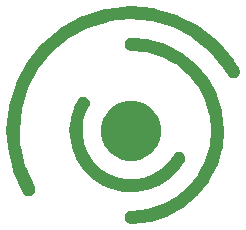
<source format=gbr>
G04 #@! TF.GenerationSoftware,KiCad,Pcbnew,5.1.5-52549c5~84~ubuntu18.04.1*
G04 #@! TF.CreationDate,2020-01-15T10:00:27+01:00*
G04 #@! TF.ProjectId,geneva,67656e65-7661-42e6-9b69-6361645f7063,rev?*
G04 #@! TF.SameCoordinates,Original*
G04 #@! TF.FileFunction,Soldermask,Bot*
G04 #@! TF.FilePolarity,Negative*
%FSLAX46Y46*%
G04 Gerber Fmt 4.6, Leading zero omitted, Abs format (unit mm)*
G04 Created by KiCad (PCBNEW 5.1.5-52549c5~84~ubuntu18.04.1) date 2020-01-15 10:00:27*
%MOMM*%
%LPD*%
G04 APERTURE LIST*
%ADD10C,0.101600*%
G04 APERTURE END LIST*
D10*
G36*
X70056905Y-92117750D02*
G01*
X71477848Y-92257075D01*
X71478857Y-92257177D01*
X71482284Y-92257537D01*
X71494097Y-92259409D01*
X71533935Y-92267877D01*
X71535643Y-92268227D01*
X71575961Y-92276211D01*
X71586819Y-92278918D01*
X72953951Y-92691680D01*
X72954430Y-92691826D01*
X72957916Y-92692906D01*
X72969133Y-92697033D01*
X73006594Y-92713089D01*
X73008202Y-92713765D01*
X73046184Y-92729420D01*
X73056288Y-92734175D01*
X74317162Y-93404594D01*
X74317702Y-93404883D01*
X74320872Y-93406598D01*
X74331078Y-93412829D01*
X74364717Y-93435861D01*
X74366162Y-93436836D01*
X74400376Y-93459568D01*
X74409355Y-93466188D01*
X75515780Y-94368566D01*
X75516736Y-94369351D01*
X75519224Y-94371409D01*
X75528054Y-94379530D01*
X75556562Y-94408641D01*
X75557792Y-94409880D01*
X75586939Y-94438824D01*
X75594477Y-94447080D01*
X76504661Y-95547302D01*
X76505046Y-95547771D01*
X76507393Y-95550649D01*
X76514454Y-95560296D01*
X76536818Y-95594472D01*
X76537782Y-95595923D01*
X76560713Y-95629921D01*
X76566494Y-95639465D01*
X77242685Y-96890053D01*
X77245479Y-96896499D01*
X77247761Y-96900793D01*
X77249483Y-96903218D01*
X77252724Y-96910168D01*
X77267988Y-96947949D01*
X77268655Y-96949565D01*
X77284578Y-96987442D01*
X77288403Y-96997952D01*
X77707669Y-98352384D01*
X77708989Y-98358693D01*
X77710140Y-98362412D01*
X77709844Y-98362503D01*
X77709958Y-98362859D01*
X77710250Y-98362771D01*
X77711904Y-98368250D01*
X77713100Y-98371028D01*
X77714752Y-98377754D01*
X77722398Y-98417836D01*
X77722737Y-98419546D01*
X77730990Y-98459752D01*
X77732697Y-98470780D01*
X77881980Y-99891120D01*
X77882017Y-99891482D01*
X77882380Y-99895184D01*
X77882921Y-99907113D01*
X77882637Y-99947934D01*
X77882637Y-99949674D01*
X77882923Y-99990706D01*
X77882456Y-100001846D01*
X77753667Y-101417006D01*
X77752507Y-101423076D01*
X77752416Y-101424080D01*
X77752317Y-101424071D01*
X77752298Y-101424172D01*
X77752273Y-101424445D01*
X77752381Y-101424456D01*
X77752194Y-101426366D01*
X77752230Y-101430780D01*
X77750832Y-101440030D01*
X77742622Y-101480023D01*
X77742283Y-101481737D01*
X77734598Y-101522023D01*
X77731973Y-101532875D01*
X77328875Y-102902484D01*
X77328584Y-102903459D01*
X77327564Y-102906837D01*
X77323517Y-102918077D01*
X77307719Y-102955660D01*
X77307054Y-102957272D01*
X77291667Y-102995355D01*
X77286984Y-103005489D01*
X76629067Y-104263970D01*
X76628856Y-104264312D01*
X76628385Y-104265276D01*
X76625324Y-104271130D01*
X76625481Y-104271212D01*
X76625316Y-104271548D01*
X76625150Y-104271460D01*
X76623411Y-104274731D01*
X76617252Y-104284980D01*
X76594456Y-104318777D01*
X76593491Y-104320230D01*
X76571001Y-104354598D01*
X76564435Y-104363635D01*
X75669776Y-105476366D01*
X75669171Y-105477113D01*
X75666969Y-105479812D01*
X75658930Y-105488678D01*
X75629945Y-105517461D01*
X75628713Y-105518701D01*
X75600032Y-105547990D01*
X75591853Y-105555564D01*
X74504109Y-106468289D01*
X74497129Y-106473329D01*
X74497142Y-106473345D01*
X74491770Y-106477789D01*
X74490295Y-106478884D01*
X74488914Y-106480448D01*
X74485059Y-106483311D01*
X74451072Y-106505892D01*
X74449625Y-106506867D01*
X74415766Y-106530051D01*
X74406268Y-106535894D01*
X73161325Y-107220307D01*
X73155158Y-107223006D01*
X73154478Y-107223380D01*
X73154444Y-107223319D01*
X73154102Y-107223468D01*
X73154151Y-107223559D01*
X73150062Y-107225770D01*
X73147451Y-107227623D01*
X73140378Y-107230982D01*
X73102671Y-107246523D01*
X73101062Y-107247200D01*
X73063328Y-107263373D01*
X73052859Y-107267266D01*
X71691553Y-107699097D01*
X71691669Y-107699461D01*
X71691302Y-107699552D01*
X71691196Y-107699210D01*
X71687680Y-107700299D01*
X71676045Y-107703243D01*
X71636033Y-107711166D01*
X71634326Y-107711516D01*
X71594178Y-107720049D01*
X71583172Y-107721831D01*
X70164184Y-107880996D01*
X70163379Y-107881084D01*
X70159838Y-107881455D01*
X70147910Y-107882080D01*
X70137743Y-107882080D01*
X70124676Y-107882765D01*
X70114342Y-107883851D01*
X70103185Y-107884475D01*
X70003983Y-107885168D01*
X70003396Y-107885170D01*
X69999792Y-107885170D01*
X69987824Y-107884543D01*
X69977514Y-107883459D01*
X69964448Y-107882774D01*
X69957129Y-107882774D01*
X69934848Y-107880580D01*
X69923362Y-107878295D01*
X69912044Y-107876578D01*
X69900119Y-107875325D01*
X69878293Y-107870845D01*
X69870803Y-107868526D01*
X69858220Y-107865336D01*
X69850759Y-107863852D01*
X69829342Y-107857355D01*
X69818800Y-107852988D01*
X69807919Y-107849060D01*
X69796755Y-107845605D01*
X69776203Y-107836966D01*
X69769049Y-107833098D01*
X69757438Y-107827572D01*
X69750129Y-107824544D01*
X69730388Y-107813992D01*
X69721140Y-107807813D01*
X69711149Y-107801792D01*
X69701124Y-107796372D01*
X69682636Y-107783901D01*
X69676143Y-107778530D01*
X69665915Y-107770912D01*
X69659099Y-107766358D01*
X69641796Y-107752158D01*
X69634127Y-107744489D01*
X69625417Y-107736564D01*
X69616872Y-107729495D01*
X69601174Y-107713688D01*
X69595663Y-107706930D01*
X69587184Y-107697546D01*
X69581169Y-107691531D01*
X69566973Y-107674233D01*
X69561111Y-107665460D01*
X69554047Y-107655906D01*
X69547223Y-107647539D01*
X69534886Y-107628970D01*
X69530654Y-107621011D01*
X69524218Y-107610246D01*
X69519341Y-107602947D01*
X69508780Y-107583189D01*
X69504865Y-107573737D01*
X69499748Y-107562887D01*
X69494815Y-107553610D01*
X69486320Y-107532999D01*
X69483626Y-107524075D01*
X69479446Y-107512368D01*
X69475976Y-107503992D01*
X69469477Y-107482565D01*
X69467538Y-107472817D01*
X69464603Y-107461068D01*
X69461651Y-107451291D01*
X69457320Y-107429418D01*
X69456381Y-107419844D01*
X69454577Y-107407662D01*
X69452750Y-107398476D01*
X69450556Y-107376199D01*
X69450556Y-107366540D01*
X69449960Y-107354343D01*
X69448992Y-107344470D01*
X69448992Y-107322192D01*
X69449960Y-107312319D01*
X69450556Y-107300122D01*
X69450556Y-107290464D01*
X69452751Y-107268177D01*
X69454577Y-107259001D01*
X69456384Y-107246804D01*
X69457322Y-107237235D01*
X69461649Y-107215376D01*
X69464603Y-107205593D01*
X69467536Y-107193851D01*
X69469477Y-107184091D01*
X69475975Y-107162672D01*
X69479443Y-107154300D01*
X69483627Y-107142584D01*
X69486321Y-107133659D01*
X69494813Y-107113055D01*
X69499749Y-107103772D01*
X69504865Y-107092924D01*
X69508786Y-107083458D01*
X69519336Y-107063721D01*
X69524218Y-107056414D01*
X69530654Y-107045650D01*
X69534886Y-107037691D01*
X69547224Y-107019120D01*
X69554045Y-107010757D01*
X69561111Y-107001200D01*
X69566972Y-106992428D01*
X69581169Y-106975129D01*
X69587181Y-106969117D01*
X69595660Y-106959732D01*
X69601166Y-106952981D01*
X69616870Y-106937167D01*
X69625415Y-106930098D01*
X69634125Y-106922173D01*
X69641797Y-106914501D01*
X69659103Y-106900299D01*
X69665914Y-106895748D01*
X69676150Y-106888125D01*
X69682641Y-106882755D01*
X69701111Y-106870296D01*
X69711138Y-106864875D01*
X69721131Y-106858852D01*
X69730388Y-106852667D01*
X69750131Y-106842114D01*
X69757433Y-106839090D01*
X69769055Y-106833559D01*
X69776202Y-106829694D01*
X69796739Y-106821062D01*
X69807915Y-106817602D01*
X69818785Y-106813677D01*
X69829341Y-106809305D01*
X69850765Y-106802806D01*
X69858220Y-106801323D01*
X69870791Y-106798136D01*
X69878278Y-106795818D01*
X69900121Y-106791335D01*
X69912057Y-106790080D01*
X69923373Y-106788364D01*
X69934858Y-106786080D01*
X69957131Y-106783886D01*
X69964446Y-106783886D01*
X69977512Y-106783201D01*
X69988045Y-106782094D01*
X69999205Y-106781470D01*
X70063068Y-106781024D01*
X70076129Y-106780248D01*
X71397220Y-106632064D01*
X71421083Y-106626992D01*
X72658781Y-106234371D01*
X72681204Y-106224760D01*
X73819075Y-105599210D01*
X73839204Y-105585428D01*
X74833900Y-104750778D01*
X74850968Y-104733348D01*
X75664606Y-103721388D01*
X75677965Y-103700974D01*
X76279544Y-102550258D01*
X76288682Y-102527639D01*
X76655300Y-101281980D01*
X76659872Y-101258017D01*
X76777556Y-99964883D01*
X76777385Y-99940488D01*
X76641657Y-98649115D01*
X76636752Y-98625218D01*
X76252780Y-97384806D01*
X76243326Y-97362316D01*
X75625735Y-96220107D01*
X75612093Y-96199883D01*
X74784408Y-95199384D01*
X74767098Y-95182194D01*
X73760846Y-94361515D01*
X73740527Y-94348014D01*
X72594035Y-93738412D01*
X72571480Y-93729116D01*
X71328415Y-93353813D01*
X71304484Y-93349075D01*
X69946538Y-93215927D01*
X69945529Y-93215825D01*
X69942103Y-93215465D01*
X69930283Y-93213592D01*
X69844016Y-93195256D01*
X69822764Y-93188515D01*
X69744319Y-93154893D01*
X69724783Y-93144153D01*
X69654357Y-93095930D01*
X69637277Y-93081598D01*
X69577561Y-93020618D01*
X69563599Y-93003254D01*
X69516856Y-92931824D01*
X69506529Y-92912070D01*
X69474558Y-92832938D01*
X69468265Y-92811553D01*
X69452268Y-92727701D01*
X69450249Y-92705514D01*
X69450845Y-92620154D01*
X69453175Y-92597992D01*
X69470337Y-92514383D01*
X69476930Y-92493083D01*
X69510008Y-92414396D01*
X69520602Y-92394801D01*
X69568338Y-92324030D01*
X69582547Y-92306854D01*
X69643110Y-92246713D01*
X69660381Y-92232627D01*
X69731481Y-92185388D01*
X69751159Y-92174925D01*
X69830069Y-92142401D01*
X69851412Y-92135957D01*
X69935141Y-92119378D01*
X69957318Y-92117204D01*
X70045732Y-92117204D01*
X70056905Y-92117750D01*
G37*
G36*
X69983229Y-89450939D02*
G01*
X71918637Y-89627074D01*
X71924828Y-89628231D01*
X71926078Y-89628334D01*
X71930051Y-89628271D01*
X71939703Y-89629730D01*
X71979700Y-89637941D01*
X71981415Y-89638280D01*
X72021707Y-89645966D01*
X72032559Y-89648591D01*
X73901488Y-90198646D01*
X73902411Y-90198922D01*
X73905789Y-90199942D01*
X73917029Y-90203989D01*
X73954612Y-90219787D01*
X73956224Y-90220452D01*
X73994307Y-90235839D01*
X74004432Y-90240518D01*
X75731302Y-91143304D01*
X75731626Y-91143475D01*
X75734909Y-91145221D01*
X75745150Y-91151374D01*
X75778963Y-91174181D01*
X75780414Y-91175145D01*
X75814771Y-91197628D01*
X75823809Y-91204195D01*
X77342271Y-92425069D01*
X77342797Y-92425495D01*
X77345583Y-92427768D01*
X77354449Y-92435807D01*
X77383232Y-92464792D01*
X77384472Y-92466024D01*
X77413761Y-92494705D01*
X77421335Y-92502884D01*
X78673878Y-93995606D01*
X78674290Y-93996100D01*
X78676470Y-93998735D01*
X78683605Y-94008344D01*
X78695110Y-94025659D01*
X78700453Y-94033095D01*
X78713336Y-94049704D01*
X78719735Y-94058843D01*
X79127118Y-94705756D01*
X79127421Y-94706242D01*
X79129383Y-94709406D01*
X79135132Y-94719864D01*
X79173526Y-94799285D01*
X79181219Y-94820193D01*
X79202736Y-94902800D01*
X79206222Y-94924808D01*
X79211284Y-95010015D01*
X79210428Y-95032295D01*
X79198846Y-95116846D01*
X79193678Y-95138535D01*
X79165887Y-95219247D01*
X79156615Y-95239498D01*
X79113673Y-95313280D01*
X79100639Y-95331354D01*
X79044187Y-95395387D01*
X79027893Y-95410581D01*
X78960083Y-95462426D01*
X78941144Y-95474168D01*
X78864550Y-95511857D01*
X78843692Y-95519697D01*
X78761244Y-95541788D01*
X78739248Y-95545430D01*
X78654083Y-95551086D01*
X78631812Y-95550386D01*
X78547168Y-95539393D01*
X78525437Y-95534376D01*
X78444554Y-95507156D01*
X78424216Y-95498016D01*
X78350150Y-95455598D01*
X78331977Y-95442683D01*
X78267562Y-95386688D01*
X78252248Y-95370494D01*
X78198055Y-95300628D01*
X78191654Y-95291487D01*
X77808747Y-94683441D01*
X77798729Y-94669702D01*
X76616549Y-93260837D01*
X76599119Y-93243769D01*
X75181558Y-92104020D01*
X75161145Y-92090661D01*
X73549211Y-91247962D01*
X73526591Y-91238824D01*
X71781664Y-90725264D01*
X71757701Y-90720692D01*
X69946266Y-90555839D01*
X69921871Y-90556010D01*
X68112907Y-90746140D01*
X68089010Y-90751045D01*
X66351430Y-91288915D01*
X66328940Y-91298369D01*
X64728924Y-92163495D01*
X64708700Y-92177137D01*
X63307193Y-93336565D01*
X63290003Y-93353875D01*
X62140389Y-94763442D01*
X62126888Y-94783761D01*
X61272953Y-96389776D01*
X61263657Y-96412331D01*
X60737929Y-98153626D01*
X60733191Y-98177557D01*
X60554649Y-99998471D01*
X60554327Y-100018953D01*
X60634797Y-101230472D01*
X60637825Y-101250732D01*
X61055624Y-103032030D01*
X61063485Y-103055124D01*
X61842308Y-104772028D01*
X61842458Y-104772359D01*
X61843964Y-104775743D01*
X61848253Y-104786916D01*
X61875506Y-104870791D01*
X61880293Y-104892564D01*
X61890400Y-104977317D01*
X61890867Y-104999603D01*
X61884318Y-105084707D01*
X61880446Y-105106662D01*
X61857494Y-105188868D01*
X61849433Y-105209650D01*
X61810951Y-105285832D01*
X61799008Y-105304651D01*
X61746456Y-105371915D01*
X61731086Y-105388055D01*
X61666469Y-105443830D01*
X61648257Y-105456678D01*
X61574044Y-105498837D01*
X61553681Y-105507903D01*
X61472687Y-105534846D01*
X61450945Y-105539786D01*
X61366273Y-105550483D01*
X61344001Y-105551104D01*
X61258844Y-105545150D01*
X61236861Y-105541431D01*
X61154498Y-105519054D01*
X61133661Y-105511139D01*
X61057207Y-105473187D01*
X61038306Y-105461377D01*
X60970678Y-105409296D01*
X60954433Y-105394041D01*
X60898207Y-105329813D01*
X60885229Y-105311687D01*
X60841035Y-105235141D01*
X60835924Y-105225195D01*
X60030945Y-103450629D01*
X60030752Y-103450201D01*
X60029289Y-103446915D01*
X60024998Y-103435735D01*
X60012380Y-103396902D01*
X60011829Y-103395247D01*
X59998622Y-103356451D01*
X59995536Y-103345689D01*
X59550659Y-101448941D01*
X59550438Y-101447988D01*
X59549671Y-101444613D01*
X59547631Y-101432804D01*
X59544055Y-101402814D01*
X59543257Y-101397201D01*
X59538288Y-101367185D01*
X59537003Y-101356077D01*
X59449386Y-100036952D01*
X59449312Y-100035771D01*
X59449118Y-100032498D01*
X59449036Y-100020543D01*
X59450405Y-99990382D01*
X59450534Y-99984713D01*
X59450534Y-99954268D01*
X59451080Y-99943095D01*
X59641191Y-98004194D01*
X59641293Y-98003185D01*
X59641653Y-97999759D01*
X59643527Y-97987934D01*
X59652011Y-97948015D01*
X59652361Y-97946308D01*
X59660329Y-97906070D01*
X59663031Y-97895230D01*
X60226241Y-96029793D01*
X60226348Y-96029443D01*
X60227447Y-96025895D01*
X60231574Y-96014678D01*
X60247630Y-95977217D01*
X60248306Y-95975609D01*
X60263961Y-95937627D01*
X60268716Y-95927523D01*
X61183468Y-94207126D01*
X61183706Y-94206681D01*
X61185472Y-94203416D01*
X61191703Y-94193210D01*
X61214735Y-94159571D01*
X61215710Y-94158126D01*
X61238442Y-94123912D01*
X61245062Y-94114933D01*
X62473656Y-92608527D01*
X62473771Y-92608399D01*
X62473862Y-92608275D01*
X62476634Y-92604876D01*
X62476458Y-92604732D01*
X62476681Y-92604427D01*
X62476874Y-92604586D01*
X62479236Y-92601731D01*
X62487324Y-92592935D01*
X62516467Y-92564396D01*
X62517705Y-92563166D01*
X62546629Y-92534039D01*
X62554898Y-92526488D01*
X64056119Y-91284569D01*
X64056588Y-91284184D01*
X64059466Y-91281837D01*
X64069113Y-91274776D01*
X64103289Y-91252412D01*
X64104740Y-91251448D01*
X64138738Y-91228517D01*
X64148282Y-91222736D01*
X65856702Y-90298997D01*
X65863158Y-90296198D01*
X65867426Y-90293928D01*
X65869843Y-90292210D01*
X65876810Y-90288961D01*
X65914644Y-90273676D01*
X65916258Y-90273011D01*
X65954076Y-90257114D01*
X65964576Y-90253292D01*
X67816176Y-89680128D01*
X67822485Y-89678808D01*
X67826204Y-89677657D01*
X67826295Y-89677953D01*
X67826651Y-89677839D01*
X67826563Y-89677547D01*
X67832042Y-89675893D01*
X67834820Y-89674697D01*
X67841562Y-89673041D01*
X67881592Y-89665406D01*
X67883309Y-89665067D01*
X67923543Y-89656808D01*
X67934581Y-89655099D01*
X69872394Y-89451426D01*
X69872964Y-89451368D01*
X69876566Y-89451015D01*
X69888495Y-89450474D01*
X69929317Y-89450758D01*
X69931057Y-89450758D01*
X69972089Y-89450472D01*
X69983229Y-89450939D01*
G37*
G36*
X66010022Y-97117954D02*
G01*
X66094120Y-97132480D01*
X66115607Y-97138399D01*
X66195306Y-97168993D01*
X66215231Y-97178970D01*
X66287451Y-97224449D01*
X66305064Y-97238111D01*
X66367086Y-97296762D01*
X66381711Y-97313586D01*
X66431151Y-97383156D01*
X66442227Y-97402496D01*
X66477219Y-97480356D01*
X66484328Y-97501479D01*
X66503528Y-97584642D01*
X66506400Y-97606756D01*
X66509080Y-97692064D01*
X66507603Y-97714297D01*
X66493662Y-97798518D01*
X66487894Y-97820040D01*
X66456786Y-97902802D01*
X66452351Y-97913050D01*
X66205173Y-98415383D01*
X66197665Y-98434442D01*
X65969687Y-99189542D01*
X65964949Y-99213473D01*
X65887052Y-100007932D01*
X65886547Y-100024928D01*
X65896757Y-100290730D01*
X65898564Y-100307638D01*
X66037182Y-101093776D01*
X66043742Y-101117273D01*
X66325099Y-101842656D01*
X66336099Y-101864431D01*
X66752996Y-102521354D01*
X66768015Y-102540578D01*
X67304574Y-103104021D01*
X67323042Y-103119961D01*
X67958812Y-103568447D01*
X67980023Y-103580497D01*
X68690799Y-103896955D01*
X68713948Y-103904656D01*
X69472658Y-104077031D01*
X69496861Y-104080088D01*
X70274602Y-104101812D01*
X70298938Y-104100111D01*
X71066079Y-103970359D01*
X71089621Y-103963962D01*
X71816960Y-103687672D01*
X71838811Y-103676825D01*
X72498627Y-103264526D01*
X72517956Y-103249641D01*
X73085125Y-102717032D01*
X73101194Y-102698677D01*
X73592660Y-102012207D01*
X73592954Y-102011799D01*
X73595135Y-102008796D01*
X73602666Y-101999496D01*
X73661677Y-101933958D01*
X73678142Y-101918923D01*
X73746490Y-101867792D01*
X73765546Y-101856251D01*
X73842530Y-101819366D01*
X73863468Y-101811745D01*
X73946141Y-101790519D01*
X73968175Y-101787109D01*
X74053398Y-101782344D01*
X74075664Y-101783277D01*
X74160181Y-101795155D01*
X74181856Y-101800399D01*
X74262454Y-101828465D01*
X74282697Y-101837819D01*
X74356314Y-101881010D01*
X74374343Y-101894110D01*
X74438174Y-101950781D01*
X74453322Y-101967138D01*
X74504921Y-102035117D01*
X74516603Y-102054107D01*
X74554020Y-102130823D01*
X74561790Y-102151718D01*
X74583593Y-102234239D01*
X74587157Y-102256242D01*
X74592517Y-102341421D01*
X74591738Y-102363703D01*
X74580448Y-102448317D01*
X74575360Y-102470008D01*
X74547855Y-102550804D01*
X74538644Y-102571110D01*
X74494435Y-102647682D01*
X74488393Y-102657057D01*
X73960023Y-103395076D01*
X73959614Y-103395643D01*
X73957595Y-103398422D01*
X73950067Y-103407718D01*
X73922790Y-103438013D01*
X73921634Y-103439315D01*
X73894567Y-103470233D01*
X73886818Y-103478257D01*
X73227331Y-104097556D01*
X73221863Y-104101898D01*
X73220963Y-104102798D01*
X73219465Y-104104624D01*
X73212935Y-104110064D01*
X73180235Y-104134526D01*
X73178842Y-104135582D01*
X73146344Y-104160609D01*
X73137192Y-104166971D01*
X72367683Y-104647813D01*
X72366932Y-104648279D01*
X72363935Y-104650123D01*
X72353428Y-104655852D01*
X72316666Y-104673464D01*
X72315093Y-104674231D01*
X72278314Y-104692489D01*
X72268072Y-104696964D01*
X71419715Y-105019225D01*
X71418940Y-105019516D01*
X71415696Y-105020723D01*
X71404306Y-105024291D01*
X71364830Y-105034427D01*
X71363144Y-105034873D01*
X71323493Y-105045646D01*
X71312574Y-105048046D01*
X70417646Y-105199411D01*
X70416877Y-105199538D01*
X70413555Y-105200076D01*
X70401646Y-105201370D01*
X70360880Y-105203650D01*
X70359142Y-105203759D01*
X70318235Y-105206619D01*
X70307053Y-105206853D01*
X69399702Y-105181509D01*
X69399699Y-105181600D01*
X69399334Y-105181561D01*
X69399336Y-105181497D01*
X69398447Y-105181466D01*
X69398420Y-105181463D01*
X69398307Y-105181461D01*
X69395624Y-105181367D01*
X69383726Y-105180326D01*
X69343296Y-105174644D01*
X69341566Y-105174414D01*
X69300865Y-105169273D01*
X69289882Y-105167336D01*
X68416457Y-104968898D01*
X68416442Y-104968893D01*
X68398733Y-104964716D01*
X68389246Y-104961960D01*
X68350744Y-104948553D01*
X68349097Y-104947992D01*
X68310125Y-104935027D01*
X68299724Y-104930992D01*
X67470481Y-104561789D01*
X67470440Y-104561881D01*
X67470110Y-104561708D01*
X67470142Y-104561637D01*
X67468946Y-104561095D01*
X67463313Y-104558127D01*
X67462146Y-104557695D01*
X67462082Y-104557678D01*
X67456147Y-104554602D01*
X67420910Y-104533929D01*
X67419402Y-104533058D01*
X67383768Y-104512814D01*
X67374330Y-104506825D01*
X66635221Y-103985440D01*
X66632072Y-103982739D01*
X66631051Y-103982030D01*
X66628561Y-103980641D01*
X66619944Y-103973763D01*
X66589446Y-103946685D01*
X66588131Y-103945535D01*
X66557046Y-103918704D01*
X66548974Y-103911016D01*
X65925497Y-103256302D01*
X65924854Y-103255460D01*
X65924009Y-103254535D01*
X65922673Y-103253333D01*
X65920196Y-103250695D01*
X65912465Y-103241547D01*
X65887831Y-103209094D01*
X65886767Y-103207713D01*
X65861474Y-103175339D01*
X65855034Y-103166209D01*
X65368747Y-102399945D01*
X65368334Y-102399289D01*
X65366489Y-102396336D01*
X65360704Y-102385898D01*
X65342816Y-102349223D01*
X65342041Y-102347663D01*
X65323532Y-102311019D01*
X65318989Y-102300815D01*
X64990734Y-101454523D01*
X64990471Y-101453838D01*
X64989288Y-101450724D01*
X64985631Y-101439333D01*
X64975219Y-101399925D01*
X64974762Y-101398242D01*
X64963715Y-101358673D01*
X64961238Y-101347772D01*
X64803616Y-100453851D01*
X64803537Y-100453390D01*
X64802936Y-100449840D01*
X64801560Y-100437941D01*
X64800256Y-100417213D01*
X64799346Y-100408092D01*
X64796494Y-100387276D01*
X64795522Y-100376165D01*
X64781893Y-100021384D01*
X64781859Y-100020413D01*
X64781756Y-100017132D01*
X64782008Y-100005140D01*
X64783528Y-99984436D01*
X64783864Y-99975282D01*
X64783864Y-99954268D01*
X64784410Y-99943095D01*
X64872949Y-99040109D01*
X64873051Y-99039100D01*
X64873412Y-99035670D01*
X64875283Y-99023861D01*
X64883769Y-98983936D01*
X64884119Y-98982227D01*
X64892085Y-98941995D01*
X64894791Y-98931140D01*
X65157150Y-98062167D01*
X65157257Y-98061817D01*
X65158356Y-98058269D01*
X65162483Y-98047052D01*
X65174389Y-98019274D01*
X65176505Y-98014011D01*
X65187213Y-97985523D01*
X65191644Y-97975282D01*
X65463266Y-97423274D01*
X65463657Y-97422486D01*
X65465211Y-97419383D01*
X65471123Y-97408975D01*
X65518637Y-97334679D01*
X65532427Y-97317155D01*
X65591496Y-97255558D01*
X65608426Y-97241047D01*
X65678342Y-97192091D01*
X65697767Y-97181146D01*
X65775858Y-97146705D01*
X65797035Y-97139742D01*
X65880333Y-97121122D01*
X65902446Y-97118407D01*
X65987785Y-97116321D01*
X66010022Y-97117954D01*
G37*
G36*
X70744098Y-97547033D02*
G01*
X71208350Y-97739332D01*
X71208352Y-97739333D01*
X71626168Y-98018509D01*
X71981491Y-98373832D01*
X72165429Y-98649115D01*
X72260668Y-98791650D01*
X72452967Y-99255902D01*
X72551000Y-99748747D01*
X72551000Y-100251253D01*
X72452967Y-100744098D01*
X72308126Y-101093776D01*
X72260667Y-101208352D01*
X71981491Y-101626168D01*
X71626168Y-101981491D01*
X71208352Y-102260667D01*
X71208351Y-102260668D01*
X71208350Y-102260668D01*
X70744098Y-102452967D01*
X70251253Y-102551000D01*
X69748747Y-102551000D01*
X69255902Y-102452967D01*
X68791650Y-102260668D01*
X68791649Y-102260668D01*
X68791648Y-102260667D01*
X68373832Y-101981491D01*
X68018509Y-101626168D01*
X67739333Y-101208352D01*
X67691874Y-101093776D01*
X67547033Y-100744098D01*
X67449000Y-100251253D01*
X67449000Y-99748747D01*
X67547033Y-99255902D01*
X67739332Y-98791650D01*
X67834571Y-98649115D01*
X68018509Y-98373832D01*
X68373832Y-98018509D01*
X68791648Y-97739333D01*
X68791650Y-97739332D01*
X69255902Y-97547033D01*
X69748747Y-97449000D01*
X70251253Y-97449000D01*
X70744098Y-97547033D01*
G37*
M02*

</source>
